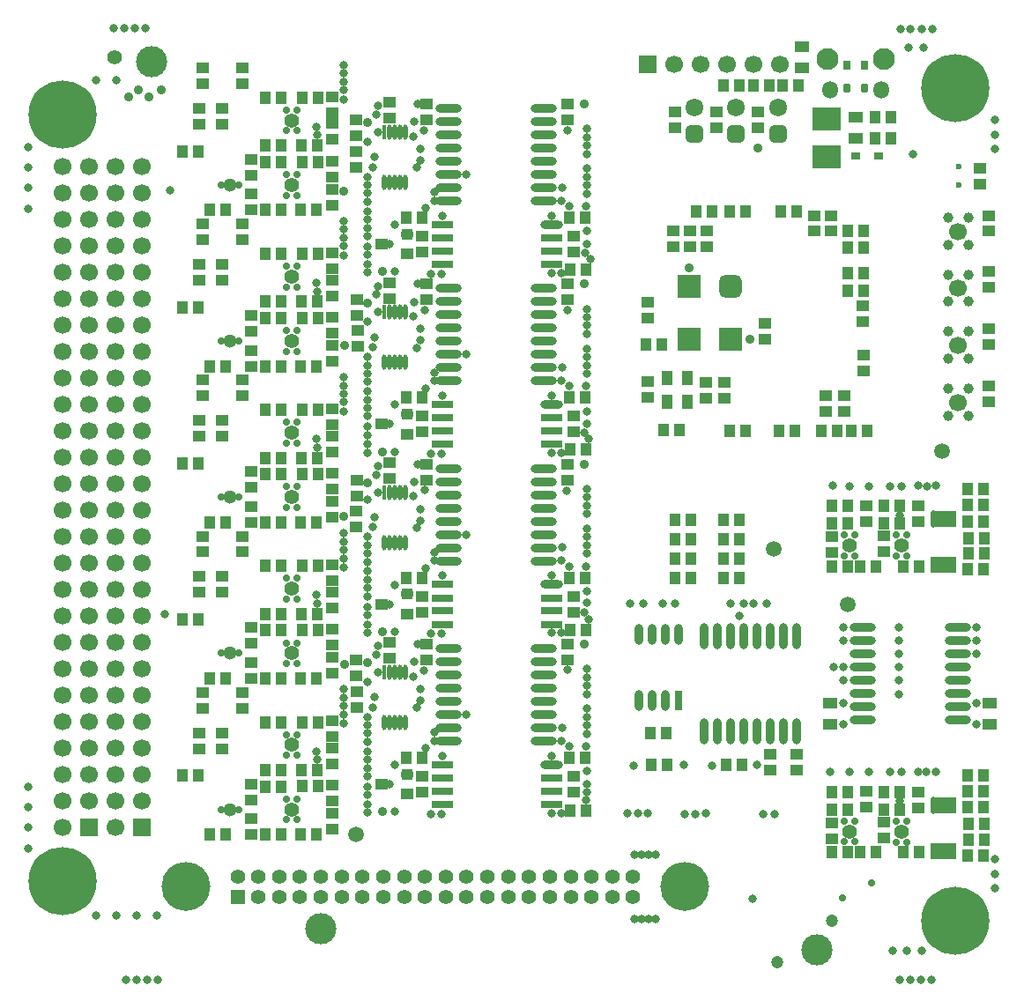
<source format=gbs>
G04*
G04 #@! TF.GenerationSoftware,Altium Limited,Altium Designer,20.1.11 (218)*
G04*
G04 Layer_Color=16711935*
%FSAX42Y42*%
%MOMM*%
G71*
G04*
G04 #@! TF.SameCoordinates,7236F677-8011-49D1-9462-8A3D937FB474*
G04*
G04*
G04 #@! TF.FilePolarity,Negative*
G04*
G01*
G75*
%ADD27C,3.00*%
%ADD29R,1.47X1.09*%
G04:AMPARAMS|DCode=33|XSize=0.9mm|YSize=0.7mm|CornerRadius=0.23mm|HoleSize=0mm|Usage=FLASHONLY|Rotation=90.000|XOffset=0mm|YOffset=0mm|HoleType=Round|Shape=RoundedRectangle|*
%AMROUNDEDRECTD33*
21,1,0.90,0.25,0,0,90.0*
21,1,0.45,0.70,0,0,90.0*
1,1,0.45,0.13,0.23*
1,1,0.45,0.13,-0.23*
1,1,0.45,-0.13,-0.23*
1,1,0.45,-0.13,0.23*
%
%ADD33ROUNDEDRECTD33*%
%ADD34R,0.70X0.90*%
%ADD37R,1.22X1.01*%
%ADD38R,1.01X1.22*%
%ADD48R,2.74X2.23*%
G04:AMPARAMS|DCode=49|XSize=0.5mm|YSize=1.65mm|CornerRadius=0.18mm|HoleSize=0mm|Usage=FLASHONLY|Rotation=0.000|XOffset=0mm|YOffset=0mm|HoleType=Round|Shape=RoundedRectangle|*
%AMROUNDEDRECTD49*
21,1,0.50,1.30,0,0,0.0*
21,1,0.15,1.65,0,0,0.0*
1,1,0.35,0.08,-0.65*
1,1,0.35,-0.08,-0.65*
1,1,0.35,-0.08,0.65*
1,1,0.35,0.08,0.65*
%
%ADD49ROUNDEDRECTD49*%
%ADD50R,0.50X1.65*%
G04:AMPARAMS|DCode=52|XSize=1.1mm|YSize=1.15mm|CornerRadius=0.33mm|HoleSize=0mm|Usage=FLASHONLY|Rotation=90.000|XOffset=0mm|YOffset=0mm|HoleType=Round|Shape=RoundedRectangle|*
%AMROUNDEDRECTD52*
21,1,1.10,0.50,0,0,90.0*
21,1,0.45,1.15,0,0,90.0*
1,1,0.65,0.25,0.23*
1,1,0.65,0.25,-0.23*
1,1,0.65,-0.25,-0.23*
1,1,0.65,-0.25,0.23*
%
%ADD52ROUNDEDRECTD52*%
%ADD53R,1.15X1.10*%
%ADD54R,1.15X1.10*%
%ADD60R,2.15X0.80*%
%ADD61O,2.15X0.80*%
%ADD62O,2.50X0.80*%
%ADD76O,1.50X1.70*%
%ADD77C,2.10*%
G04:AMPARAMS|DCode=78|XSize=1.72mm|YSize=1.72mm|CornerRadius=0.48mm|HoleSize=0mm|Usage=FLASHONLY|Rotation=90.000|XOffset=0mm|YOffset=0mm|HoleType=Round|Shape=RoundedRectangle|*
%AMROUNDEDRECTD78*
21,1,1.72,0.76,0,0,90.0*
21,1,0.76,1.72,0,0,90.0*
1,1,0.96,0.38,0.38*
1,1,0.96,0.38,-0.38*
1,1,0.96,-0.38,-0.38*
1,1,0.96,-0.38,0.38*
%
%ADD78ROUNDEDRECTD78*%
%ADD79C,1.72*%
%ADD80C,1.40*%
%ADD81C,0.70*%
%ADD82R,1.70X1.70*%
%ADD83C,1.70*%
%ADD84R,1.70X1.70*%
%ADD85C,0.60*%
%ADD86C,1.00*%
%ADD87R,1.40X1.40*%
%ADD88C,6.55*%
%ADD89C,0.80*%
%ADD90C,0.90*%
%ADD91C,1.20*%
%ADD92C,1.50*%
%ADD93C,1.30*%
%ADD94C,4.70*%
%ADD192R,0.90X0.70*%
G04:AMPARAMS|DCode=193|XSize=0.9mm|YSize=0.7mm|CornerRadius=0.23mm|HoleSize=0mm|Usage=FLASHONLY|Rotation=180.000|XOffset=0mm|YOffset=0mm|HoleType=Round|Shape=RoundedRectangle|*
%AMROUNDEDRECTD193*
21,1,0.90,0.25,0,0,180.0*
21,1,0.45,0.70,0,0,180.0*
1,1,0.45,-0.23,0.13*
1,1,0.45,0.23,0.13*
1,1,0.45,0.23,-0.13*
1,1,0.45,-0.23,-0.13*
%
%ADD193ROUNDEDRECTD193*%
%ADD194O,0.80X2.50*%
%ADD195R,0.80X1.98*%
%ADD196O,0.84X1.98*%
%ADD197R,1.09X1.47*%
%ADD198R,2.20X2.20*%
G04:AMPARAMS|DCode=199|XSize=2.2mm|YSize=2.2mm|CornerRadius=0.6mm|HoleSize=0mm|Usage=FLASHONLY|Rotation=180.000|XOffset=0mm|YOffset=0mm|HoleType=Round|Shape=RoundedRectangle|*
%AMROUNDEDRECTD199*
21,1,2.20,1.00,0,0,180.0*
21,1,1.00,2.20,0,0,180.0*
1,1,1.20,-0.50,0.50*
1,1,1.20,0.50,0.50*
1,1,1.20,0.50,-0.50*
1,1,1.20,-0.50,-0.50*
%
%ADD199ROUNDEDRECTD199*%
%ADD200O,0.45X1.47*%
%ADD201R,0.45X1.47*%
D27*
X011203Y003960D02*
D03*
X004810Y012490D02*
D03*
X006432Y004162D02*
D03*
D29*
X011575Y011955D02*
D03*
Y011755D02*
D03*
X012862Y006325D02*
D03*
Y006125D02*
D03*
X011325Y006325D02*
D03*
Y006125D02*
D03*
X011055Y012635D02*
D03*
Y012435D02*
D03*
D33*
X011655Y012235D02*
D03*
X011488D02*
D03*
D34*
X011655Y012455D02*
D03*
X011488D02*
D03*
D37*
X006789Y009909D02*
D03*
Y009757D02*
D03*
X006785Y010205D02*
D03*
Y010053D02*
D03*
X006775Y008175D02*
D03*
Y008023D02*
D03*
X006778Y008470D02*
D03*
Y008318D02*
D03*
X006775Y006740D02*
D03*
Y006588D02*
D03*
X006778Y006442D02*
D03*
Y006290D02*
D03*
X006775Y011632D02*
D03*
Y011480D02*
D03*
Y011930D02*
D03*
Y011778D02*
D03*
X012855Y011015D02*
D03*
Y010863D02*
D03*
Y010475D02*
D03*
Y010323D02*
D03*
Y009925D02*
D03*
Y009773D02*
D03*
Y009375D02*
D03*
Y009223D02*
D03*
X012765Y011315D02*
D03*
Y011467D02*
D03*
X010753Y005685D02*
D03*
Y005837D02*
D03*
X011675Y005479D02*
D03*
Y005326D02*
D03*
X012175Y005477D02*
D03*
Y005325D02*
D03*
Y008227D02*
D03*
Y008075D02*
D03*
X011675Y008229D02*
D03*
Y008076D02*
D03*
X011345Y007927D02*
D03*
Y007775D02*
D03*
X005766Y008066D02*
D03*
Y008219D02*
D03*
X005487Y008892D02*
D03*
Y009044D02*
D03*
X005265Y008892D02*
D03*
Y009044D02*
D03*
X005298Y009281D02*
D03*
Y009433D02*
D03*
X005678Y009281D02*
D03*
Y009433D02*
D03*
X006543Y009156D02*
D03*
Y009004D02*
D03*
Y008896D02*
D03*
Y008744D02*
D03*
X005768Y008401D02*
D03*
Y008553D02*
D03*
X006543Y008539D02*
D03*
Y008386D02*
D03*
Y008269D02*
D03*
Y008116D02*
D03*
X005766Y011066D02*
D03*
Y011219D02*
D03*
X005487Y011892D02*
D03*
Y012044D02*
D03*
X005265Y011892D02*
D03*
Y012044D02*
D03*
X005298Y012281D02*
D03*
Y012433D02*
D03*
X005678Y012281D02*
D03*
Y012433D02*
D03*
X006543Y012156D02*
D03*
Y012004D02*
D03*
Y011896D02*
D03*
Y011744D02*
D03*
X005768Y011401D02*
D03*
Y011553D02*
D03*
X006543Y011539D02*
D03*
Y011386D02*
D03*
Y011269D02*
D03*
Y011116D02*
D03*
X005678Y010781D02*
D03*
Y010933D02*
D03*
X006543Y010656D02*
D03*
Y010504D02*
D03*
X005768Y009901D02*
D03*
Y010053D02*
D03*
X005766Y006719D02*
D03*
Y006566D02*
D03*
X006543Y007504D02*
D03*
Y007656D02*
D03*
Y007244D02*
D03*
Y007396D02*
D03*
Y006886D02*
D03*
Y007039D02*
D03*
Y006616D02*
D03*
Y006769D02*
D03*
X005768Y007053D02*
D03*
Y006901D02*
D03*
X005298Y007933D02*
D03*
Y007781D02*
D03*
X005265Y007544D02*
D03*
Y007392D02*
D03*
X005487Y007544D02*
D03*
Y007392D02*
D03*
X005678Y007933D02*
D03*
Y007781D02*
D03*
X005766Y009719D02*
D03*
Y009566D02*
D03*
X005487Y010544D02*
D03*
Y010392D02*
D03*
X005265Y010544D02*
D03*
Y010392D02*
D03*
X005298Y010933D02*
D03*
Y010781D02*
D03*
X006543Y010244D02*
D03*
Y010396D02*
D03*
Y009886D02*
D03*
Y010039D02*
D03*
Y009616D02*
D03*
Y009769D02*
D03*
X005298Y006433D02*
D03*
Y006281D02*
D03*
X005487Y006044D02*
D03*
Y005892D02*
D03*
X005265Y006044D02*
D03*
Y005892D02*
D03*
X007405Y010663D02*
D03*
Y010815D02*
D03*
X007405Y008933D02*
D03*
Y009085D02*
D03*
Y007203D02*
D03*
Y007355D02*
D03*
Y005625D02*
D03*
Y005473D02*
D03*
X009819Y010865D02*
D03*
Y010713D02*
D03*
X011175Y011015D02*
D03*
Y010863D02*
D03*
X011335Y011015D02*
D03*
Y010863D02*
D03*
X011465Y009135D02*
D03*
Y009287D02*
D03*
X011290Y009135D02*
D03*
Y009287D02*
D03*
X010139Y010865D02*
D03*
Y010713D02*
D03*
X009979Y010865D02*
D03*
Y010713D02*
D03*
X010635Y012007D02*
D03*
Y011855D02*
D03*
X010235Y012007D02*
D03*
Y011855D02*
D03*
X009835Y012007D02*
D03*
Y011855D02*
D03*
X010703Y009975D02*
D03*
Y009823D02*
D03*
X009575Y009267D02*
D03*
Y009419D02*
D03*
X010310Y009255D02*
D03*
Y009407D02*
D03*
X010137Y009255D02*
D03*
Y009407D02*
D03*
X009575Y010025D02*
D03*
Y010177D02*
D03*
X011652Y009670D02*
D03*
Y009518D02*
D03*
X011645Y010151D02*
D03*
Y009999D02*
D03*
X011007Y005837D02*
D03*
Y005685D02*
D03*
X011845Y007785D02*
D03*
Y007937D02*
D03*
Y005187D02*
D03*
Y005035D02*
D03*
X011345Y005177D02*
D03*
Y005025D02*
D03*
X005678Y006281D02*
D03*
Y006433D02*
D03*
X005768Y005401D02*
D03*
Y005553D02*
D03*
X005766Y005066D02*
D03*
Y005219D02*
D03*
X006543Y006004D02*
D03*
Y006156D02*
D03*
Y005896D02*
D03*
Y005744D02*
D03*
Y005539D02*
D03*
Y005386D02*
D03*
Y005269D02*
D03*
Y005116D02*
D03*
X007453Y012087D02*
D03*
Y011935D02*
D03*
X008805Y012087D02*
D03*
Y011935D02*
D03*
X007096Y011948D02*
D03*
Y012100D02*
D03*
X008863Y010665D02*
D03*
Y010817D02*
D03*
X007453Y010357D02*
D03*
Y010205D02*
D03*
X008805Y010357D02*
D03*
Y010205D02*
D03*
X007096Y010218D02*
D03*
Y010370D02*
D03*
X008863Y008935D02*
D03*
Y009087D02*
D03*
X007453Y008627D02*
D03*
Y008475D02*
D03*
X008805Y008627D02*
D03*
Y008475D02*
D03*
X007096Y008488D02*
D03*
Y008640D02*
D03*
X008863Y007205D02*
D03*
Y007357D02*
D03*
X007453Y006745D02*
D03*
Y006897D02*
D03*
X008805Y006745D02*
D03*
Y006897D02*
D03*
X007096Y006910D02*
D03*
Y006758D02*
D03*
X008863Y005627D02*
D03*
Y005475D02*
D03*
D38*
X010460Y007905D02*
D03*
X010308D02*
D03*
X009990Y008094D02*
D03*
X009838D02*
D03*
X010460D02*
D03*
X010308D02*
D03*
X010460Y007717D02*
D03*
X010308D02*
D03*
X010460Y007528D02*
D03*
X010308D02*
D03*
X009990D02*
D03*
X009838D02*
D03*
X009990Y007717D02*
D03*
X009838D02*
D03*
X009990Y007905D02*
D03*
X009838D02*
D03*
X010590Y012265D02*
D03*
X010742D02*
D03*
X011027D02*
D03*
X010875D02*
D03*
X005900Y005066D02*
D03*
X006053D02*
D03*
X010328Y005735D02*
D03*
X010480D02*
D03*
X009610D02*
D03*
X009762D02*
D03*
X011495Y005475D02*
D03*
X011343D02*
D03*
X011995D02*
D03*
X011843D02*
D03*
X012807Y005166D02*
D03*
X012655D02*
D03*
X012807Y005015D02*
D03*
X012655D02*
D03*
X012653Y008076D02*
D03*
X012805D02*
D03*
X012653Y008231D02*
D03*
X012805D02*
D03*
X012807Y007765D02*
D03*
X012655D02*
D03*
X012807Y007916D02*
D03*
X012655D02*
D03*
X011615Y007645D02*
D03*
X011767D02*
D03*
X011497D02*
D03*
X011345D02*
D03*
X011995Y008225D02*
D03*
X011843D02*
D03*
X012028Y007645D02*
D03*
X012180D02*
D03*
X011495Y008225D02*
D03*
X011343D02*
D03*
X011495Y008058D02*
D03*
X011343D02*
D03*
X006253Y009146D02*
D03*
X006405D02*
D03*
X006053D02*
D03*
X005900D02*
D03*
X006250Y008686D02*
D03*
X006403D02*
D03*
X005261Y008631D02*
D03*
X005108D02*
D03*
X006253Y008529D02*
D03*
X006405D02*
D03*
X006053Y008528D02*
D03*
X005900D02*
D03*
X006240Y008066D02*
D03*
X006393D02*
D03*
X006053Y008686D02*
D03*
X005900D02*
D03*
X006053Y008066D02*
D03*
X005900D02*
D03*
X005523D02*
D03*
X005370D02*
D03*
X006253Y012146D02*
D03*
X006405D02*
D03*
X006053D02*
D03*
X005900D02*
D03*
X006250Y011686D02*
D03*
X006403D02*
D03*
X005261Y011631D02*
D03*
X005108D02*
D03*
X006253Y011529D02*
D03*
X006405D02*
D03*
X006053Y011528D02*
D03*
X005900D02*
D03*
X006240Y011066D02*
D03*
X006393D02*
D03*
X006053Y011686D02*
D03*
X005900D02*
D03*
X006053Y011066D02*
D03*
X005900D02*
D03*
X005523D02*
D03*
X005370D02*
D03*
X006053Y010028D02*
D03*
X005900D02*
D03*
X006053Y010186D02*
D03*
X005900D02*
D03*
X005523Y009566D02*
D03*
X005370D02*
D03*
X006405Y007029D02*
D03*
X006253D02*
D03*
X006405Y007646D02*
D03*
X006253D02*
D03*
X005900D02*
D03*
X006053D02*
D03*
X006403Y007186D02*
D03*
X006250D02*
D03*
X005900Y007028D02*
D03*
X006053D02*
D03*
X006393Y006566D02*
D03*
X006240D02*
D03*
X005108Y007131D02*
D03*
X005261D02*
D03*
X005900Y007186D02*
D03*
X006053D02*
D03*
X005900Y006566D02*
D03*
X006053D02*
D03*
X005370D02*
D03*
X005523D02*
D03*
X006405Y010646D02*
D03*
X006253D02*
D03*
X005900D02*
D03*
X006053D02*
D03*
X006403Y010186D02*
D03*
X006250D02*
D03*
X005108Y010131D02*
D03*
X005261D02*
D03*
X006405Y010029D02*
D03*
X006253D02*
D03*
X006393Y009566D02*
D03*
X006240D02*
D03*
X005900D02*
D03*
X006053D02*
D03*
X010455Y012265D02*
D03*
X010303D02*
D03*
X011652Y010463D02*
D03*
X011500D02*
D03*
X011652Y010295D02*
D03*
X011500D02*
D03*
X010040Y011050D02*
D03*
X010192D02*
D03*
X011397Y008943D02*
D03*
X011245D02*
D03*
X011652Y010702D02*
D03*
X011500D02*
D03*
X009715Y009775D02*
D03*
X009563D02*
D03*
X009877Y008955D02*
D03*
X009725D02*
D03*
X010515Y008943D02*
D03*
X010363D02*
D03*
Y011050D02*
D03*
X010515D02*
D03*
X010855Y011055D02*
D03*
X011007D02*
D03*
X010987Y008945D02*
D03*
X010835D02*
D03*
X011535Y008943D02*
D03*
X011687D02*
D03*
X011652Y010870D02*
D03*
X011500D02*
D03*
X011763Y011755D02*
D03*
X011915D02*
D03*
X011763Y011955D02*
D03*
X011915D02*
D03*
X009755Y006038D02*
D03*
X009603D02*
D03*
X012653Y007615D02*
D03*
X012805D02*
D03*
X011845Y008055D02*
D03*
X011997D02*
D03*
X012805Y008385D02*
D03*
X012653D02*
D03*
Y005635D02*
D03*
X012805D02*
D03*
X012653Y005326D02*
D03*
X012805D02*
D03*
X012653Y005481D02*
D03*
X012805D02*
D03*
Y004865D02*
D03*
X012653D02*
D03*
X012028Y004895D02*
D03*
X012180D02*
D03*
X011997Y005305D02*
D03*
X011845D02*
D03*
X011495Y005308D02*
D03*
X011343D02*
D03*
X011497Y004895D02*
D03*
X011345D02*
D03*
X011615D02*
D03*
X011767D02*
D03*
X006253Y005529D02*
D03*
X006405D02*
D03*
X006253Y006146D02*
D03*
X006405D02*
D03*
X006053D02*
D03*
X005900D02*
D03*
X006250Y005686D02*
D03*
X006403D02*
D03*
X006053Y005528D02*
D03*
X005900D02*
D03*
X006240Y005066D02*
D03*
X006393D02*
D03*
X005261Y005631D02*
D03*
X005108D02*
D03*
X006053Y005686D02*
D03*
X005900D02*
D03*
X005523Y005066D02*
D03*
X005370D02*
D03*
X008823Y010997D02*
D03*
X008975D02*
D03*
X007405Y010995D02*
D03*
X007253D02*
D03*
X008983Y010495D02*
D03*
X008830D02*
D03*
X008823Y009265D02*
D03*
X008975D02*
D03*
X007405D02*
D03*
X007253D02*
D03*
X008983Y008765D02*
D03*
X008830D02*
D03*
X008822Y007530D02*
D03*
X008975D02*
D03*
X007405Y007535D02*
D03*
X007253D02*
D03*
X008983Y007035D02*
D03*
X008830D02*
D03*
X008975Y005803D02*
D03*
X008822D02*
D03*
X007253Y005805D02*
D03*
X007405D02*
D03*
X008830Y005297D02*
D03*
X008982D02*
D03*
D48*
X011295Y011577D02*
D03*
Y011945D02*
D03*
D49*
X012315Y008095D02*
D03*
X012315Y005345D02*
D03*
D50*
X012365Y008095D02*
D03*
X012415D02*
D03*
X012465D02*
D03*
X012515D02*
D03*
X012315Y007655D02*
D03*
X012365D02*
D03*
X012415D02*
D03*
X012465D02*
D03*
X012515D02*
D03*
X012515Y004905D02*
D03*
X012465D02*
D03*
X012415D02*
D03*
X012365D02*
D03*
X012315D02*
D03*
X012515Y005345D02*
D03*
X012465D02*
D03*
X012415D02*
D03*
X012365D02*
D03*
D52*
X007265Y010835D02*
D03*
X007265Y009105D02*
D03*
Y007375D02*
D03*
Y005645D02*
D03*
D53*
Y010645D02*
D03*
X007265Y008915D02*
D03*
Y007185D02*
D03*
Y005455D02*
D03*
D54*
X007015Y010740D02*
D03*
X007015Y009010D02*
D03*
Y007280D02*
D03*
Y005550D02*
D03*
D60*
X007600Y010546D02*
D03*
Y010674D02*
D03*
Y010800D02*
D03*
Y010928D02*
D03*
X008650Y010546D02*
D03*
Y010674D02*
D03*
Y010800D02*
D03*
X007600Y008817D02*
D03*
Y008943D02*
D03*
Y009071D02*
D03*
Y009197D02*
D03*
X008650Y008817D02*
D03*
Y008943D02*
D03*
Y009071D02*
D03*
X007600Y007086D02*
D03*
Y007214D02*
D03*
Y007340D02*
D03*
Y007468D02*
D03*
X008650Y007086D02*
D03*
Y007214D02*
D03*
Y007340D02*
D03*
X007600Y005356D02*
D03*
Y005483D02*
D03*
Y005610D02*
D03*
Y005738D02*
D03*
X008650Y005356D02*
D03*
Y005483D02*
D03*
Y005610D02*
D03*
D61*
X008650Y010928D02*
D03*
X008650Y009197D02*
D03*
Y007468D02*
D03*
Y005738D02*
D03*
D62*
X012555Y007056D02*
D03*
Y006929D02*
D03*
Y006802D02*
D03*
Y006675D02*
D03*
Y006548D02*
D03*
Y006421D02*
D03*
Y006294D02*
D03*
Y006167D02*
D03*
X011640Y007056D02*
D03*
Y006929D02*
D03*
Y006802D02*
D03*
Y006675D02*
D03*
Y006548D02*
D03*
Y006421D02*
D03*
Y006294D02*
D03*
Y006167D02*
D03*
X008575Y012044D02*
D03*
Y011918D02*
D03*
Y011790D02*
D03*
Y011664D02*
D03*
Y011536D02*
D03*
Y011410D02*
D03*
Y011282D02*
D03*
Y011156D02*
D03*
X007660Y012044D02*
D03*
Y011918D02*
D03*
Y011790D02*
D03*
Y011664D02*
D03*
Y011536D02*
D03*
Y011410D02*
D03*
Y011282D02*
D03*
Y011156D02*
D03*
X008575Y010314D02*
D03*
Y010188D02*
D03*
Y010061D02*
D03*
Y009933D02*
D03*
Y009807D02*
D03*
Y009679D02*
D03*
Y009553D02*
D03*
Y009425D02*
D03*
X007660Y010314D02*
D03*
Y010188D02*
D03*
Y010061D02*
D03*
Y009933D02*
D03*
Y009807D02*
D03*
Y009679D02*
D03*
Y009553D02*
D03*
Y009425D02*
D03*
X008575Y008585D02*
D03*
Y008457D02*
D03*
Y008331D02*
D03*
Y008204D02*
D03*
Y008076D02*
D03*
Y007950D02*
D03*
Y007822D02*
D03*
Y007696D02*
D03*
X007660Y008585D02*
D03*
Y008457D02*
D03*
Y008331D02*
D03*
Y008204D02*
D03*
Y008076D02*
D03*
Y007950D02*
D03*
Y007822D02*
D03*
Y007696D02*
D03*
X008575Y006854D02*
D03*
Y006728D02*
D03*
Y006600D02*
D03*
Y006474D02*
D03*
Y006347D02*
D03*
Y006219D02*
D03*
Y006092D02*
D03*
Y005965D02*
D03*
X007660Y006854D02*
D03*
Y006728D02*
D03*
Y006600D02*
D03*
Y006474D02*
D03*
Y006347D02*
D03*
Y006219D02*
D03*
Y006092D02*
D03*
Y005965D02*
D03*
D76*
X011820Y012222D02*
D03*
X011330Y012220D02*
D03*
D77*
X011847Y012515D02*
D03*
X011303D02*
D03*
D78*
X010825Y011800D02*
D03*
X010425D02*
D03*
X010025D02*
D03*
D79*
X010825Y012054D02*
D03*
X010425D02*
D03*
X010025D02*
D03*
D80*
X011512Y007846D02*
D03*
X012012Y007845D02*
D03*
X011512Y005096D02*
D03*
X012012Y005095D02*
D03*
X006153Y007428D02*
D03*
Y006808D02*
D03*
Y011308D02*
D03*
Y011928D02*
D03*
Y008928D02*
D03*
Y008308D02*
D03*
Y005928D02*
D03*
Y005308D02*
D03*
Y010428D02*
D03*
Y009808D02*
D03*
X009435Y004665D02*
D03*
Y004465D02*
D03*
X009235D02*
D03*
X009035D02*
D03*
X008835D02*
D03*
X008635D02*
D03*
X008435D02*
D03*
X008235D02*
D03*
X008035D02*
D03*
X007835D02*
D03*
X007635D02*
D03*
X007435D02*
D03*
X007235D02*
D03*
X007035D02*
D03*
X006835D02*
D03*
X006635D02*
D03*
X006435D02*
D03*
X006235D02*
D03*
X006035D02*
D03*
X005835D02*
D03*
X009235Y004665D02*
D03*
X009035D02*
D03*
X008835D02*
D03*
X008635D02*
D03*
X008435D02*
D03*
X008235D02*
D03*
X008035D02*
D03*
X007835D02*
D03*
X007635D02*
D03*
X007435D02*
D03*
X007235D02*
D03*
X007035D02*
D03*
X006835D02*
D03*
X006635D02*
D03*
X006435D02*
D03*
X006235D02*
D03*
X006035D02*
D03*
X005835D02*
D03*
X005635D02*
D03*
X004455Y012535D02*
D03*
D81*
X011462Y007946D02*
D03*
X011563D02*
D03*
Y007746D02*
D03*
X011462D02*
D03*
X011962Y007945D02*
D03*
X012063D02*
D03*
Y007745D02*
D03*
X011962D02*
D03*
X011462Y005196D02*
D03*
X011563D02*
D03*
Y004996D02*
D03*
X011462D02*
D03*
X011962Y005195D02*
D03*
X012063D02*
D03*
Y004995D02*
D03*
X011962D02*
D03*
X006204Y007328D02*
D03*
X006102D02*
D03*
Y007528D02*
D03*
X006204D02*
D03*
Y006708D02*
D03*
X006102D02*
D03*
Y006908D02*
D03*
X006204D02*
D03*
Y011208D02*
D03*
X006102D02*
D03*
Y011408D02*
D03*
X006204D02*
D03*
Y012028D02*
D03*
X006102D02*
D03*
Y011828D02*
D03*
X006204D02*
D03*
Y008828D02*
D03*
X006102D02*
D03*
Y009028D02*
D03*
X006204D02*
D03*
Y008408D02*
D03*
X006102D02*
D03*
Y008208D02*
D03*
X006204D02*
D03*
Y005828D02*
D03*
X006102D02*
D03*
Y006028D02*
D03*
X006204D02*
D03*
Y005208D02*
D03*
X006102D02*
D03*
Y005408D02*
D03*
X006204D02*
D03*
Y010328D02*
D03*
X006102D02*
D03*
Y010528D02*
D03*
X006204D02*
D03*
Y009908D02*
D03*
X006102D02*
D03*
Y009708D02*
D03*
X006204D02*
D03*
X011728Y004600D02*
D03*
X011443Y004455D02*
D03*
X005479Y006808D02*
D03*
X005644D02*
D03*
Y005308D02*
D03*
X005479D02*
D03*
Y009808D02*
D03*
X005644D02*
D03*
X005479Y008308D02*
D03*
X005644D02*
D03*
Y011308D02*
D03*
X005479D02*
D03*
D82*
X004720Y005134D02*
D03*
X004212Y005135D02*
D03*
D83*
X004466Y005134D02*
D03*
X004720Y005388D02*
D03*
X004466D02*
D03*
X004720Y005642D02*
D03*
X004466D02*
D03*
X004720Y005896D02*
D03*
X004466D02*
D03*
X004720Y006150D02*
D03*
X004466D02*
D03*
X004720Y006404D02*
D03*
X004466D02*
D03*
X004720Y006658D02*
D03*
X004466D02*
D03*
X004720Y006912D02*
D03*
X004466D02*
D03*
X004720Y007166D02*
D03*
X004466D02*
D03*
X004720Y007420D02*
D03*
X004466D02*
D03*
X004720Y007674D02*
D03*
X004466D02*
D03*
X004720Y007928D02*
D03*
X004466D02*
D03*
X004720Y008182D02*
D03*
X004466D02*
D03*
X004720Y008436D02*
D03*
X004466D02*
D03*
X004720Y008690D02*
D03*
X004466D02*
D03*
X004720Y008944D02*
D03*
X004466D02*
D03*
X004720Y009198D02*
D03*
X004466D02*
D03*
X004720Y009452D02*
D03*
X004466D02*
D03*
X004720Y009706D02*
D03*
X004466D02*
D03*
X004720Y009960D02*
D03*
X004466D02*
D03*
X004720Y010214D02*
D03*
X004466D02*
D03*
X004720Y010468D02*
D03*
X004466D02*
D03*
X004720Y010722D02*
D03*
X004466D02*
D03*
X004720Y010976D02*
D03*
X004466D02*
D03*
X004720Y011230D02*
D03*
X004466D02*
D03*
X004720Y011484D02*
D03*
X004466D02*
D03*
X003958Y011485D02*
D03*
X004212D02*
D03*
X003958Y011231D02*
D03*
X004212D02*
D03*
X003958Y010977D02*
D03*
X004212D02*
D03*
X003958Y010723D02*
D03*
X004212D02*
D03*
X003958Y010469D02*
D03*
X004212D02*
D03*
X003958Y010215D02*
D03*
X004212D02*
D03*
X003958Y009961D02*
D03*
X004212D02*
D03*
X003958Y009707D02*
D03*
X004212D02*
D03*
X003958Y009453D02*
D03*
X004212D02*
D03*
X003958Y009199D02*
D03*
X004212D02*
D03*
X003958Y008945D02*
D03*
X004212D02*
D03*
X003958Y008691D02*
D03*
X004212D02*
D03*
X003958Y008437D02*
D03*
X004212D02*
D03*
X003958Y008183D02*
D03*
X004212D02*
D03*
X003958Y007929D02*
D03*
X004212D02*
D03*
X003958Y007675D02*
D03*
X004212D02*
D03*
X003958Y007421D02*
D03*
X004212D02*
D03*
X003958Y007167D02*
D03*
X004212D02*
D03*
X003958Y006913D02*
D03*
X004212D02*
D03*
X003958Y006659D02*
D03*
X004212D02*
D03*
X003958Y006405D02*
D03*
X004212D02*
D03*
X003958Y006151D02*
D03*
X004212D02*
D03*
X003958Y005897D02*
D03*
X004212D02*
D03*
X003958Y005643D02*
D03*
X004212D02*
D03*
X003958Y005389D02*
D03*
X004212D02*
D03*
X003958Y005135D02*
D03*
X009829Y012465D02*
D03*
X010083D02*
D03*
X010337D02*
D03*
X010591D02*
D03*
X010845D02*
D03*
X012560Y009220D02*
D03*
Y009770D02*
D03*
Y010317D02*
D03*
Y010861D02*
D03*
D84*
X009575Y012465D02*
D03*
D85*
X012565Y011485D02*
D03*
Y011305D02*
D03*
D86*
X012660Y009090D02*
D03*
X012460D02*
D03*
Y009350D02*
D03*
X012660D02*
D03*
Y009640D02*
D03*
X012460D02*
D03*
Y009900D02*
D03*
X012660D02*
D03*
Y010187D02*
D03*
X012460D02*
D03*
Y010447D02*
D03*
X012660D02*
D03*
Y010731D02*
D03*
X012460D02*
D03*
Y010991D02*
D03*
X012660D02*
D03*
D87*
X005635Y004465D02*
D03*
D88*
X003958Y004621D02*
D03*
Y011986D02*
D03*
X012531Y012240D02*
D03*
Y004240D02*
D03*
D89*
X008803Y011832D02*
D03*
Y010103D02*
D03*
X008797Y008368D02*
D03*
X008805Y006647D02*
D03*
X007425Y006645D02*
D03*
Y011835D02*
D03*
X007430Y010107D02*
D03*
X007435Y008378D02*
D03*
X012205Y012810D02*
D03*
X012103D02*
D03*
X012003D02*
D03*
X012307D02*
D03*
X004647Y012815D02*
D03*
X004545D02*
D03*
X004445D02*
D03*
X004750D02*
D03*
X012200Y003670D02*
D03*
X012097D02*
D03*
X011997D02*
D03*
X012302D02*
D03*
X004872D02*
D03*
X004567D02*
D03*
X004667D02*
D03*
X004770D02*
D03*
X009025Y010600D02*
D03*
X008972Y010657D02*
D03*
X008965Y008932D02*
D03*
X009012Y008868D02*
D03*
X008993Y007293D02*
D03*
X009007Y007135D02*
D03*
X008970Y007203D02*
D03*
X008983Y005395D02*
D03*
X008993Y005472D02*
D03*
X008993Y005675D02*
D03*
X010455Y007165D02*
D03*
X009840Y007285D02*
D03*
X010582Y004445D02*
D03*
X012915Y011654D02*
D03*
Y011794D02*
D03*
Y011933D02*
D03*
X012224Y012625D02*
D03*
X012084D02*
D03*
X012915Y004826D02*
D03*
Y004686D02*
D03*
Y004547D02*
D03*
X012209Y003947D02*
D03*
X012069D02*
D03*
X011930D02*
D03*
X003627Y011672D02*
D03*
Y011475D02*
D03*
Y011279D02*
D03*
Y011082D02*
D03*
X004469Y012318D02*
D03*
X004272D02*
D03*
Y004289D02*
D03*
X004469D02*
D03*
X004666D02*
D03*
X004862D02*
D03*
X003627Y005525D02*
D03*
Y005328D02*
D03*
Y005132D02*
D03*
Y004935D02*
D03*
X012735Y007059D02*
D03*
X012128Y011605D02*
D03*
X011355Y008416D02*
D03*
X010595Y007285D02*
D03*
X009535D02*
D03*
X006885Y008285D02*
D03*
X009515Y004875D02*
D03*
X009655D02*
D03*
X009585D02*
D03*
X009655Y004255D02*
D03*
X009585D02*
D03*
X009515D02*
D03*
X009445D02*
D03*
Y004875D02*
D03*
X010685Y005265D02*
D03*
X009385Y005269D02*
D03*
X009485D02*
D03*
X010135Y005269D02*
D03*
X010035Y005265D02*
D03*
X009935D02*
D03*
X009575Y005269D02*
D03*
X010795Y005265D02*
D03*
X009720Y007285D02*
D03*
X009410D02*
D03*
X010622Y005735D02*
D03*
X009440Y005725D02*
D03*
X009920Y005740D02*
D03*
X010190Y005725D02*
D03*
X010720Y007285D02*
D03*
X010495D02*
D03*
X010368D02*
D03*
X011985Y006415D02*
D03*
Y006550D02*
D03*
Y006675D02*
D03*
Y006800D02*
D03*
X012735Y006325D02*
D03*
Y006125D02*
D03*
X011455Y006325D02*
D03*
Y006125D02*
D03*
X011365Y006675D02*
D03*
X011455Y006929D02*
D03*
Y007053D02*
D03*
Y006675D02*
D03*
Y006548D02*
D03*
X012735Y006805D02*
D03*
Y006929D02*
D03*
X011985Y007055D02*
D03*
Y006929D02*
D03*
X012255Y005666D02*
D03*
X012345D02*
D03*
X012175D02*
D03*
X011325Y005665D02*
D03*
X011515D02*
D03*
X011997Y005385D02*
D03*
X011705Y005665D02*
D03*
X011905D02*
D03*
X012015D02*
D03*
X012345Y008416D02*
D03*
X012260Y008415D02*
D03*
X012175Y008416D02*
D03*
X012015Y008415D02*
D03*
X011905D02*
D03*
X011997Y008135D02*
D03*
X011705Y008415D02*
D03*
X011515D02*
D03*
X004985Y011255D02*
D03*
X004935Y007184D02*
D03*
X006658Y012461D02*
D03*
Y012381D02*
D03*
Y012301D02*
D03*
X006403Y011786D02*
D03*
X006393Y011866D02*
D03*
X006658Y012131D02*
D03*
Y012221D02*
D03*
Y009461D02*
D03*
Y009381D02*
D03*
Y009301D02*
D03*
X006403Y008786D02*
D03*
X006393Y008866D02*
D03*
X006658Y009131D02*
D03*
Y009221D02*
D03*
Y010961D02*
D03*
Y010881D02*
D03*
Y010801D02*
D03*
X006403Y010286D02*
D03*
X006393Y010366D02*
D03*
X006658Y010631D02*
D03*
Y010721D02*
D03*
Y007961D02*
D03*
Y007881D02*
D03*
Y007801D02*
D03*
X006403Y007286D02*
D03*
X006393Y007366D02*
D03*
X006658Y007631D02*
D03*
Y007721D02*
D03*
X008745Y005274D02*
D03*
X007145Y005285D02*
D03*
X007493Y005265D02*
D03*
X006658Y006221D02*
D03*
Y006301D02*
D03*
Y006381D02*
D03*
Y006461D02*
D03*
Y006131D02*
D03*
X006393Y005866D02*
D03*
X006403Y005786D02*
D03*
X008985Y005915D02*
D03*
X007143Y005735D02*
D03*
X006885Y005865D02*
D03*
Y006535D02*
D03*
X006985Y006875D02*
D03*
X008993Y005550D02*
D03*
X008650Y005274D02*
D03*
X007595Y005265D02*
D03*
X008650Y005825D02*
D03*
X007600D02*
D03*
X006885Y005957D02*
D03*
Y006037D02*
D03*
Y006115D02*
D03*
Y006195D02*
D03*
X008993Y006416D02*
D03*
Y006497D02*
D03*
Y006577D02*
D03*
Y006657D02*
D03*
X008745Y005967D02*
D03*
X008825Y005915D02*
D03*
X008755Y006094D02*
D03*
X008993Y006035D02*
D03*
Y006115D02*
D03*
Y006195D02*
D03*
Y006275D02*
D03*
X007523Y005967D02*
D03*
X007835Y006219D02*
D03*
X007355Y006285D02*
D03*
X006885Y005625D02*
D03*
Y005705D02*
D03*
X006885Y005785D02*
D03*
X007525Y006047D02*
D03*
X007443Y005895D02*
D03*
X007363Y006895D02*
D03*
X007393Y006355D02*
D03*
X006966Y006795D02*
D03*
X007325Y006585D02*
D03*
X007333Y006725D02*
D03*
X006983Y006625D02*
D03*
X006953Y006385D02*
D03*
X007395Y006465D02*
D03*
X006930Y006288D02*
D03*
X006885Y005355D02*
D03*
Y005275D02*
D03*
X006885Y005445D02*
D03*
X006885Y005525D02*
D03*
X007095Y005550D02*
D03*
X008985Y011105D02*
D03*
X007143Y010925D02*
D03*
X007145Y010475D02*
D03*
X006885Y011055D02*
D03*
Y011725D02*
D03*
X006985Y012065D02*
D03*
X008993Y010740D02*
D03*
X008650Y010464D02*
D03*
X007595Y010455D02*
D03*
X008993Y010865D02*
D03*
X008650Y011015D02*
D03*
X007600D02*
D03*
X006885Y011147D02*
D03*
Y011227D02*
D03*
Y011305D02*
D03*
Y011385D02*
D03*
X008993Y011606D02*
D03*
Y011687D02*
D03*
Y011767D02*
D03*
Y011847D02*
D03*
X008745Y011157D02*
D03*
X008825Y011105D02*
D03*
X008755Y011284D02*
D03*
X008745Y010464D02*
D03*
X008993Y011225D02*
D03*
Y011305D02*
D03*
Y011385D02*
D03*
Y011465D02*
D03*
X007523Y011157D02*
D03*
X007835Y011410D02*
D03*
X007355Y011475D02*
D03*
X006885Y010815D02*
D03*
Y010895D02*
D03*
X006885Y010975D02*
D03*
X007525Y011237D02*
D03*
X007493Y010455D02*
D03*
X007443Y011085D02*
D03*
X007363Y012085D02*
D03*
X007393Y011545D02*
D03*
X006966Y011985D02*
D03*
X007325Y011775D02*
D03*
X007333Y011915D02*
D03*
X006983Y011815D02*
D03*
X006953Y011575D02*
D03*
X007395Y011655D02*
D03*
X006930Y011478D02*
D03*
X006885Y010545D02*
D03*
Y010465D02*
D03*
X006885Y010635D02*
D03*
X006885Y010715D02*
D03*
X007095Y010740D02*
D03*
X008985Y007645D02*
D03*
X007143Y007465D02*
D03*
X007145Y007015D02*
D03*
X006885Y007595D02*
D03*
X006985Y008605D02*
D03*
X008650Y007004D02*
D03*
X007595Y006995D02*
D03*
X008993Y007405D02*
D03*
X008650Y007555D02*
D03*
X007600D02*
D03*
X006885Y007687D02*
D03*
Y007767D02*
D03*
Y007845D02*
D03*
Y007925D02*
D03*
X008993Y008146D02*
D03*
Y008227D02*
D03*
Y008307D02*
D03*
Y008387D02*
D03*
X008745Y007697D02*
D03*
X008825Y007645D02*
D03*
X008755Y007824D02*
D03*
X008745Y007004D02*
D03*
X008993Y007765D02*
D03*
Y007845D02*
D03*
Y007925D02*
D03*
Y008005D02*
D03*
X007523Y007697D02*
D03*
X007835Y007950D02*
D03*
X007355Y008015D02*
D03*
X006885Y007355D02*
D03*
Y007435D02*
D03*
X006885Y007515D02*
D03*
X007525Y007777D02*
D03*
X007493Y006995D02*
D03*
X007443Y007625D02*
D03*
X007363Y008625D02*
D03*
X007393Y008085D02*
D03*
X006966Y008525D02*
D03*
X007325Y008315D02*
D03*
X007333Y008455D02*
D03*
X006983Y008355D02*
D03*
X006953Y008115D02*
D03*
X007395Y008195D02*
D03*
X006930Y008018D02*
D03*
X006885Y007085D02*
D03*
Y007005D02*
D03*
X006885Y007175D02*
D03*
X006885Y007255D02*
D03*
X007095Y007280D02*
D03*
X006966Y010255D02*
D03*
X006985Y010335D02*
D03*
X008985Y009375D02*
D03*
X007143Y009195D02*
D03*
X007145Y008745D02*
D03*
X006885Y009325D02*
D03*
Y009995D02*
D03*
X008993Y009010D02*
D03*
X008650Y008734D02*
D03*
X007595Y008725D02*
D03*
X008993Y009135D02*
D03*
X008650Y009285D02*
D03*
X007600D02*
D03*
X006885Y009417D02*
D03*
Y009497D02*
D03*
Y009575D02*
D03*
Y009655D02*
D03*
X008993Y009876D02*
D03*
Y009957D02*
D03*
Y010037D02*
D03*
Y010117D02*
D03*
X008745Y009427D02*
D03*
X008825Y009375D02*
D03*
X008755Y009554D02*
D03*
X008745Y008734D02*
D03*
X008993Y009495D02*
D03*
Y009575D02*
D03*
Y009655D02*
D03*
Y009735D02*
D03*
X007523Y009427D02*
D03*
X007835Y009679D02*
D03*
X007355Y009745D02*
D03*
X006885Y009085D02*
D03*
Y009165D02*
D03*
X006885Y009245D02*
D03*
X007525Y009507D02*
D03*
X007493Y008725D02*
D03*
X007363Y010355D02*
D03*
X007443Y009355D02*
D03*
X007393Y009815D02*
D03*
X007325Y010045D02*
D03*
X007333Y010185D02*
D03*
X006983Y010085D02*
D03*
X006953Y009845D02*
D03*
X007395Y009925D02*
D03*
X006930Y009748D02*
D03*
X006885Y008815D02*
D03*
Y008735D02*
D03*
X006885Y008905D02*
D03*
X006885Y008985D02*
D03*
X007095Y009010D02*
D03*
D90*
X010560Y009822D02*
D03*
X010635Y011665D02*
D03*
X009975Y010515D02*
D03*
X004685Y012222D02*
D03*
X004905D02*
D03*
X004585Y012154D02*
D03*
X004785D02*
D03*
X006665Y006705D02*
D03*
X006885Y006715D02*
D03*
X006655Y011245D02*
D03*
X006665Y009765D02*
D03*
X006655Y008125D02*
D03*
X008965Y006895D02*
D03*
X007025Y005285D02*
D03*
X008965Y012085D02*
D03*
X006885Y011905D02*
D03*
X007025Y010475D02*
D03*
X008965Y008625D02*
D03*
X006885Y008445D02*
D03*
X007025Y007015D02*
D03*
X006885Y010175D02*
D03*
X008965Y010355D02*
D03*
X007025Y008745D02*
D03*
D91*
X011345Y004235D02*
D03*
X010818Y003843D02*
D03*
D92*
X010785Y007808D02*
D03*
X006771Y005065D02*
D03*
X012405Y008749D02*
D03*
X011498Y007275D02*
D03*
D93*
X005561Y006808D02*
D03*
Y005308D02*
D03*
Y009808D02*
D03*
Y008308D02*
D03*
Y011308D02*
D03*
D94*
X009935Y004565D02*
D03*
X005135D02*
D03*
D192*
X011575Y011585D02*
D03*
D193*
X011795D02*
D03*
D194*
X010118Y006975D02*
D03*
X010245D02*
D03*
X010372D02*
D03*
X010499D02*
D03*
X010626D02*
D03*
X010753D02*
D03*
X010880D02*
D03*
X011007D02*
D03*
X010118Y006060D02*
D03*
X010245D02*
D03*
X010372D02*
D03*
X010499D02*
D03*
X010626D02*
D03*
X010753D02*
D03*
X010880D02*
D03*
X011007D02*
D03*
D195*
X009872Y006355D02*
D03*
D196*
X009491Y006990D02*
D03*
X009618D02*
D03*
X009745D02*
D03*
X009872D02*
D03*
X009491Y006355D02*
D03*
X009618D02*
D03*
X009745D02*
D03*
D197*
X009760Y009455D02*
D03*
X009960D02*
D03*
Y009227D02*
D03*
X009760D02*
D03*
D198*
X009975Y009825D02*
D03*
X010375D02*
D03*
X009975Y010333D02*
D03*
D199*
X010375D02*
D03*
D200*
X007047Y011333D02*
D03*
X007098D02*
D03*
X007251Y011815D02*
D03*
Y011333D02*
D03*
X007200D02*
D03*
X007149D02*
D03*
X007200Y011815D02*
D03*
X007149D02*
D03*
X007098D02*
D03*
X007047Y009603D02*
D03*
X007098D02*
D03*
X007251Y010086D02*
D03*
Y009603D02*
D03*
X007200D02*
D03*
X007149D02*
D03*
X007200Y010086D02*
D03*
X007149D02*
D03*
X007098D02*
D03*
X007047Y007873D02*
D03*
X007098D02*
D03*
X007251Y008355D02*
D03*
Y007873D02*
D03*
X007200D02*
D03*
X007149D02*
D03*
X007200Y008355D02*
D03*
X007149D02*
D03*
X007098D02*
D03*
X007047Y006143D02*
D03*
X007098D02*
D03*
X007251Y006625D02*
D03*
Y006143D02*
D03*
X007200D02*
D03*
X007149D02*
D03*
X007200Y006625D02*
D03*
X007149D02*
D03*
X007098D02*
D03*
D201*
X007047Y011815D02*
D03*
X007047Y010086D02*
D03*
Y008355D02*
D03*
Y006625D02*
D03*
M02*

</source>
